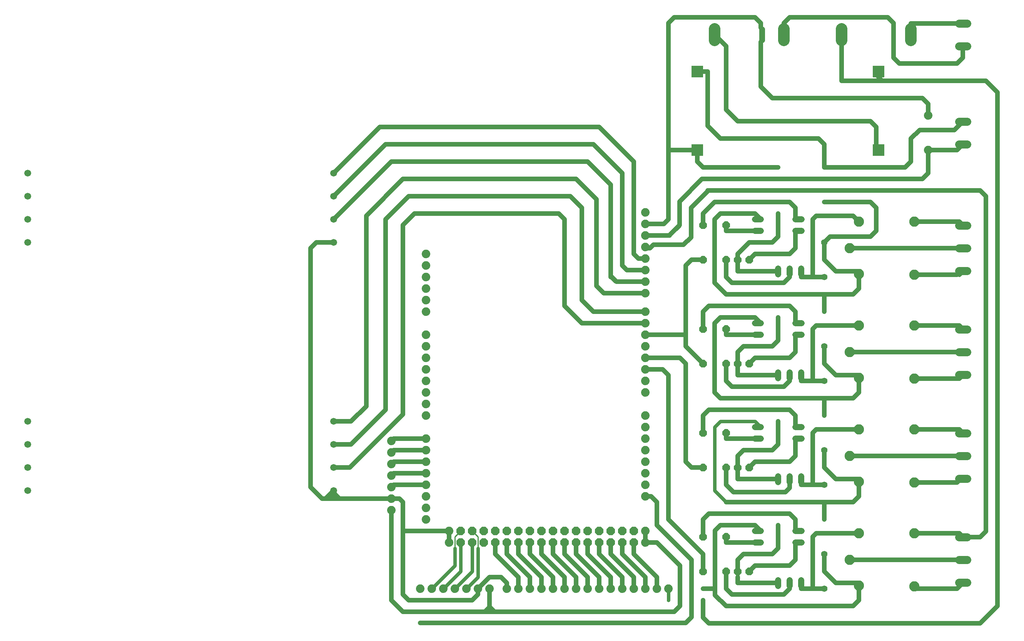
<source format=gbr>
G04 EAGLE Gerber RS-274X export*
G75*
%MOMM*%
%FSLAX34Y34*%
%LPD*%
%INBottom Copper*%
%IPPOS*%
%AMOC8*
5,1,8,0,0,1.08239X$1,22.5*%
G01*
%ADD10C,1.879600*%
%ADD11C,1.408000*%
%ADD12C,1.790700*%
%ADD13C,2.540000*%
%ADD14C,2.250000*%
%ADD15P,1.814519X8X202.500000*%
%ADD16C,1.320800*%
%ADD17P,1.814519X8X112.500000*%
%ADD18P,1.814519X8X292.500000*%
%ADD19R,2.500000X2.500000*%
%ADD20C,1.508000*%
%ADD21P,2.034460X8X22.500000*%
%ADD22C,0.762000*%
%ADD23P,0.818720X8X202.500000*%
%ADD24C,1.016000*%
%ADD25C,0.254000*%
%ADD26C,0.756400*%


D10*
X-1155700Y127000D03*
X-1181100Y127000D03*
X-1206500Y127000D03*
X-1231900Y127000D03*
X-1257300Y127000D03*
X-1282700Y127000D03*
X-1308100Y127000D03*
D11*
X-419100Y584200D03*
X-419100Y660400D03*
X-419100Y812800D03*
X-419100Y889000D03*
X-419100Y355600D03*
X-419100Y431800D03*
X-419100Y127000D03*
X-419100Y203200D03*
D12*
X-123054Y697700D02*
X-105147Y697700D01*
X-105147Y647700D02*
X-123054Y647700D01*
X-123054Y597700D02*
X-105147Y597700D01*
D13*
X-228600Y1333500D02*
X-228600Y1358900D01*
X-381000Y1358900D02*
X-381000Y1333500D01*
X-508000Y1333500D02*
X-508000Y1358900D01*
X-660400Y1358900D02*
X-660400Y1333500D01*
D14*
X-220980Y934720D03*
X-220980Y817880D03*
X-342900Y819700D03*
X-342900Y934720D03*
X-363220Y876300D03*
X-220980Y706120D03*
X-220980Y589280D03*
X-342900Y591100D03*
X-342900Y706120D03*
X-363220Y647700D03*
X-220980Y477520D03*
X-220980Y360680D03*
X-342900Y362500D03*
X-342900Y477520D03*
X-363220Y419100D03*
X-220980Y248920D03*
X-220980Y132080D03*
X-342900Y133900D03*
X-342900Y248920D03*
X-363220Y190500D03*
D15*
X-584200Y850900D03*
X-609600Y850900D03*
X-584200Y622300D03*
X-609600Y622300D03*
X-584200Y393700D03*
X-609600Y393700D03*
X-584200Y165100D03*
X-609600Y165100D03*
D16*
X-482600Y711200D02*
X-469392Y711200D01*
X-469392Y685800D02*
X-482600Y685800D01*
X-558800Y685800D02*
X-572008Y685800D01*
X-572008Y711200D02*
X-558800Y711200D01*
X-482600Y939800D02*
X-469392Y939800D01*
X-469392Y914400D02*
X-482600Y914400D01*
X-558800Y914400D02*
X-572008Y914400D01*
X-572008Y939800D02*
X-558800Y939800D01*
X-482600Y482600D02*
X-469392Y482600D01*
X-469392Y457200D02*
X-482600Y457200D01*
X-558800Y457200D02*
X-572008Y457200D01*
X-572008Y482600D02*
X-558800Y482600D01*
X-482600Y254000D02*
X-469392Y254000D01*
X-469392Y228600D02*
X-482600Y228600D01*
X-558800Y228600D02*
X-572008Y228600D01*
X-572008Y254000D02*
X-558800Y254000D01*
D12*
X-123054Y926300D02*
X-105147Y926300D01*
X-105147Y876300D02*
X-123054Y876300D01*
X-123054Y826300D02*
X-105147Y826300D01*
D16*
X-469900Y603504D02*
X-469900Y590296D01*
X-520700Y590296D02*
X-520700Y603504D01*
X-495300Y603504D02*
X-495300Y590296D01*
X-469900Y818896D02*
X-469900Y832104D01*
X-520700Y832104D02*
X-520700Y818896D01*
X-495300Y818896D02*
X-495300Y832104D01*
X-469900Y374904D02*
X-469900Y361696D01*
X-520700Y361696D02*
X-520700Y374904D01*
X-495300Y374904D02*
X-495300Y361696D01*
X-469900Y146304D02*
X-469900Y133096D01*
X-520700Y133096D02*
X-520700Y146304D01*
X-495300Y146304D02*
X-495300Y133096D01*
D17*
X-685800Y393700D03*
X-685800Y469900D03*
D18*
X-635000Y241300D03*
X-635000Y165100D03*
X-635000Y469900D03*
X-635000Y393700D03*
D17*
X-685800Y622300D03*
X-685800Y698500D03*
D10*
X-190500Y1168400D03*
X-190500Y1092200D03*
D17*
X-685800Y165100D03*
X-685800Y241300D03*
D18*
X-635000Y698500D03*
X-635000Y622300D03*
D17*
X-685800Y850900D03*
X-685800Y927100D03*
D18*
X-635000Y927100D03*
X-635000Y850900D03*
D10*
X-1371600Y299720D03*
X-1371600Y325120D03*
X-1371600Y350520D03*
X-1371600Y375920D03*
X-1371600Y401320D03*
X-1371600Y426720D03*
X-1371600Y452120D03*
D12*
X-123054Y469100D02*
X-105147Y469100D01*
X-105147Y419100D02*
X-123054Y419100D01*
X-123054Y369100D02*
X-105147Y369100D01*
X-105347Y1155300D02*
X-123254Y1155300D01*
X-123254Y1105300D02*
X-105347Y1105300D01*
X-105147Y240500D02*
X-123054Y240500D01*
X-123054Y190500D02*
X-105147Y190500D01*
X-105147Y140500D02*
X-123054Y140500D01*
D19*
X-299720Y1264920D03*
X-299720Y1092200D03*
X-698500Y1092200D03*
X-698500Y1264920D03*
D20*
X-2171700Y495300D03*
X-2171700Y444500D03*
X-2171700Y393700D03*
X-2171700Y342900D03*
X-1498600Y495300D03*
X-1498600Y444500D03*
X-1498600Y393700D03*
X-1498600Y342900D03*
X-2171700Y1041400D03*
X-2171700Y990600D03*
X-2171700Y939800D03*
X-2171700Y889000D03*
X-1498600Y1041400D03*
X-1498600Y990600D03*
X-1498600Y939800D03*
X-1498600Y889000D03*
D10*
X-1295400Y431800D03*
X-1295400Y406400D03*
X-1295400Y381000D03*
X-1295400Y355600D03*
X-1295400Y330200D03*
X-1295400Y304800D03*
X-1295400Y279400D03*
X-1295400Y457200D03*
X-812800Y482600D03*
X-812800Y457200D03*
X-812800Y431800D03*
X-812800Y406400D03*
X-812800Y381000D03*
X-812800Y355600D03*
X-812800Y330200D03*
X-812800Y508000D03*
X-1295400Y660400D03*
X-1295400Y635000D03*
X-1295400Y609600D03*
X-1295400Y584200D03*
X-1295400Y558800D03*
X-1295400Y533400D03*
X-1295400Y508000D03*
X-1295400Y685800D03*
X-812800Y711200D03*
X-812800Y685800D03*
X-812800Y660400D03*
X-812800Y635000D03*
X-812800Y609600D03*
X-812800Y584200D03*
X-812800Y558800D03*
X-812800Y736600D03*
X-812800Y929640D03*
X-812800Y904240D03*
X-812800Y878840D03*
X-812800Y853440D03*
X-812800Y828040D03*
X-812800Y802640D03*
X-812800Y777240D03*
X-812800Y955040D03*
D21*
X-1016000Y228600D03*
X-1016000Y254000D03*
X-990600Y228600D03*
X-990600Y254000D03*
X-965200Y228600D03*
X-965200Y254000D03*
X-939800Y228600D03*
X-939800Y254000D03*
X-914400Y228600D03*
X-914400Y254000D03*
X-889000Y228600D03*
X-889000Y254000D03*
X-863600Y228600D03*
X-863600Y254000D03*
X-838200Y228600D03*
X-838200Y254000D03*
X-1219200Y228600D03*
X-1219200Y254000D03*
X-1193800Y228600D03*
X-1193800Y254000D03*
X-1168400Y228600D03*
X-1168400Y254000D03*
X-1143000Y228600D03*
X-1143000Y254000D03*
X-1117600Y228600D03*
X-1117600Y254000D03*
X-1092200Y228600D03*
X-1092200Y254000D03*
X-1066800Y228600D03*
X-1066800Y254000D03*
X-1041400Y228600D03*
X-1041400Y254000D03*
D10*
X-1244600Y254000D03*
X-1244600Y228600D03*
X-812800Y254000D03*
X-812800Y228600D03*
X-1295400Y863600D03*
X-1295400Y838200D03*
X-1295400Y812800D03*
X-1295400Y787400D03*
X-1295400Y762000D03*
X-1295400Y736600D03*
D12*
X-123254Y1371200D02*
X-105347Y1371200D01*
X-105347Y1321200D02*
X-123254Y1321200D01*
D10*
X-762000Y127000D03*
X-787400Y127000D03*
X-812800Y127000D03*
X-838200Y127000D03*
X-863600Y127000D03*
X-889000Y127000D03*
X-914400Y127000D03*
X-939800Y127000D03*
X-965200Y127000D03*
X-990600Y127000D03*
X-1016000Y127000D03*
X-1041400Y127000D03*
X-1066800Y127000D03*
X-1092200Y127000D03*
X-1117600Y127000D03*
D22*
X-1498600Y330200D02*
X-1498600Y342900D01*
X-1498600Y330200D02*
X-1493520Y325120D01*
X-1485900Y325120D01*
X-1493520Y325120D02*
X-1498600Y325120D01*
X-609600Y825500D02*
X-609600Y850900D01*
X-609600Y165100D02*
X-609600Y152400D01*
X-558800Y1231900D02*
X-558800Y1358900D01*
D23*
X-520700Y266700D03*
X-520700Y495300D03*
X-520700Y723900D03*
D22*
X-609600Y850900D02*
X-609600Y863600D01*
D23*
X-520700Y952500D03*
X-520700Y1054100D03*
D22*
X-558800Y1360313D02*
X-558800Y1371600D01*
X-558800Y1360313D02*
X-558093Y1359607D01*
X-609600Y177800D02*
X-609600Y165100D01*
D24*
X-1244600Y228600D02*
X-1244600Y254000D01*
X-1346200Y254000D01*
X-1346200Y317500D01*
X-1353820Y325120D01*
X-1371600Y325120D01*
X-1485900Y325120D01*
X-1498600Y325120D01*
X-1516380Y325120D01*
X-1498600Y325120D02*
X-1498600Y342900D01*
X-1498600Y337820D02*
X-1485900Y325120D01*
X-1498600Y337820D02*
X-1498600Y342900D01*
X-1516380Y325120D01*
X-1524000Y325120D01*
X-1536700Y889000D02*
X-1498600Y889000D01*
X-1536700Y889000D02*
X-1549400Y876300D01*
X-1549400Y350520D01*
X-1524000Y325120D01*
X-1181100Y127000D02*
X-1181100Y114300D01*
X-1193800Y101600D01*
X-1333500Y101600D01*
X-1346200Y114300D01*
X-1346200Y254000D01*
X-1117600Y139700D02*
X-1117600Y127000D01*
X-1117600Y139700D02*
X-1130300Y152400D01*
X-1155700Y152400D01*
X-1181100Y127000D01*
X-520700Y215900D02*
X-520700Y266700D01*
X-520700Y215900D02*
X-533400Y203200D01*
X-596900Y203200D01*
X-609600Y190500D01*
X-609600Y165100D01*
X-609600Y139700D02*
X-520700Y139700D01*
X-609600Y139700D02*
X-609600Y152400D01*
X-609600Y368300D02*
X-520700Y368300D01*
X-609600Y368300D02*
X-609600Y393700D01*
X-609600Y419100D01*
X-596900Y431800D01*
X-533400Y431800D01*
X-520700Y444500D01*
X-520700Y495300D01*
X-520700Y596900D02*
X-609600Y596900D01*
X-609600Y622300D01*
X-520700Y673100D02*
X-520700Y723900D01*
X-520700Y673100D02*
X-533400Y660400D01*
X-596900Y660400D01*
X-609600Y647700D01*
X-609600Y622300D01*
X-609600Y825500D02*
X-520700Y825500D01*
X-609600Y825500D02*
X-609600Y863600D01*
X-584200Y889000D01*
X-533400Y889000D01*
X-520700Y901700D01*
X-520700Y952500D01*
X-190500Y1168400D02*
X-190500Y1193800D01*
X-203200Y1206500D01*
X-533400Y1206500D01*
X-558800Y1231900D01*
X-558800Y1330291D01*
X-554990Y1334101D01*
X-554990Y1358299D01*
X-558800Y1362109D01*
X-558800Y1371600D01*
X-571500Y1384300D01*
X-749300Y1384300D01*
X-762000Y1371600D01*
X-762000Y1092200D01*
X-762000Y952500D01*
X-762000Y939800D01*
X-772160Y929640D01*
X-812800Y929640D01*
X-685800Y1054100D02*
X-520700Y1054100D01*
X-685800Y1054100D02*
X-698500Y1066800D01*
X-698500Y1092200D01*
X-762000Y1092200D01*
D22*
X-1168400Y76200D02*
X-1346200Y76200D01*
X-1168400Y76200D02*
X-1155700Y76200D01*
X-1155700Y88900D02*
X-1155700Y127000D01*
X-1155700Y88900D02*
X-1155700Y76200D01*
X-1143000Y76200D01*
X-749300Y76200D01*
X-736600Y88900D02*
X-736600Y127000D01*
X-736600Y177800D01*
D23*
X-419100Y977900D03*
X-419100Y1054100D03*
D22*
X-659384Y127000D02*
X-659384Y113284D01*
X-659384Y127000D02*
X-659384Y255016D01*
D23*
X-685800Y127000D03*
X-736600Y127000D03*
D22*
X-558800Y482600D02*
X-571500Y495300D01*
X-647700Y495300D01*
X-660400Y342900D02*
X-635000Y317500D01*
X-660400Y482600D02*
X-647700Y495300D01*
X-660400Y482600D02*
X-660400Y342900D01*
X-342900Y139700D02*
X-342900Y101600D01*
X-419100Y546100D02*
X-647700Y546100D01*
X-419100Y546100D02*
X-355600Y546100D01*
X-419100Y203200D02*
X-419100Y177800D01*
D23*
X-419100Y279400D03*
X-419100Y736600D03*
X-419100Y508000D03*
D22*
X-1155700Y88900D02*
X-1168400Y76200D01*
X-1155700Y88900D02*
X-1143000Y76200D01*
D24*
X-1371600Y101600D02*
X-1371600Y299720D01*
X-1371600Y101600D02*
X-1346200Y76200D01*
X-1155700Y76200D01*
X-749300Y76200D01*
X-1155700Y76200D02*
X-1155700Y127000D01*
X-812800Y228600D02*
X-812800Y254000D01*
X-812800Y228600D02*
X-787400Y228600D01*
X-736600Y177800D01*
X-736600Y88900D01*
X-749300Y76200D01*
X-342900Y101600D02*
X-342900Y133900D01*
X-342900Y101600D02*
X-355600Y88900D01*
X-635000Y88900D01*
X-659384Y113284D01*
X-659384Y255016D01*
X-647700Y266700D01*
X-571500Y266700D02*
X-558800Y254000D01*
X-571500Y266700D02*
X-647700Y266700D01*
X-659384Y127000D02*
X-685800Y127000D01*
X-348700Y139700D02*
X-342900Y133900D01*
X-348700Y139700D02*
X-393700Y139700D01*
X-419100Y165100D01*
X-419100Y203200D01*
X-342900Y330200D02*
X-342900Y362500D01*
X-342900Y330200D02*
X-355600Y317500D01*
X-419100Y317500D01*
X-635000Y317500D01*
X-419100Y317500D02*
X-419100Y279400D01*
X-342900Y362500D02*
X-348700Y368300D01*
X-393700Y368300D01*
X-419100Y393700D01*
X-419100Y431800D01*
X-342900Y558800D02*
X-342900Y591100D01*
X-342900Y558800D02*
X-355600Y546100D01*
X-647700Y546100D01*
X-419100Y546100D02*
X-419100Y508000D01*
X-647700Y546100D02*
X-660400Y558800D01*
X-660400Y711200D01*
X-647700Y723900D01*
X-571500Y723900D01*
X-558800Y711200D01*
X-342900Y787400D02*
X-342900Y819700D01*
X-342900Y787400D02*
X-355600Y774700D01*
X-419100Y774700D01*
X-635000Y774700D01*
X-660400Y800100D01*
X-660400Y939800D01*
X-647700Y952500D01*
X-571500Y952500D01*
X-558800Y939800D01*
X-348700Y825500D02*
X-342900Y819700D01*
X-348700Y825500D02*
X-393700Y825500D01*
X-419100Y850900D01*
X-419100Y889000D01*
X-406400Y901700D01*
X-317500Y901700D01*
X-304800Y914400D01*
X-304800Y965200D01*
X-317500Y977900D01*
X-419100Y977900D01*
X-132950Y1136650D02*
X-114300Y1155300D01*
X-132950Y1136650D02*
X-209550Y1136650D01*
X-228600Y1117600D01*
X-228600Y1066800D01*
X-241300Y1054100D01*
X-419100Y1054100D01*
X-419100Y1104900D01*
X-431800Y1117600D01*
X-647700Y1117600D01*
X-675640Y1145540D01*
X-675640Y1264920D01*
X-698500Y1264920D01*
X-419100Y774700D02*
X-419100Y736600D01*
X-419100Y660400D02*
X-419100Y622300D01*
X-393700Y596900D01*
X-348700Y596900D01*
X-342900Y591100D01*
D25*
X-1219200Y254000D02*
X-1231900Y241300D01*
X-1231900Y215900D01*
D22*
X-1231900Y177800D02*
X-1282700Y127000D01*
X-1231900Y177800D02*
X-1231900Y215900D01*
D24*
X-482600Y711200D02*
X-482600Y736600D01*
X-495300Y749300D01*
X-673100Y749300D01*
X-685800Y736600D01*
X-685800Y698500D01*
D22*
X-469900Y596900D02*
X-469900Y584200D01*
D24*
X-444500Y584200D02*
X-419100Y584200D01*
X-444500Y584200D02*
X-469900Y584200D01*
X-436880Y706120D02*
X-342900Y706120D01*
X-436880Y706120D02*
X-444500Y698500D01*
X-444500Y584200D01*
X-495300Y584200D02*
X-495300Y596900D01*
X-495300Y584200D02*
X-508000Y571500D01*
X-622300Y571500D01*
X-635000Y584200D01*
X-635000Y622300D01*
X-482600Y647700D02*
X-482600Y685800D01*
X-482600Y647700D02*
X-495300Y635000D01*
X-571500Y635000D01*
X-584200Y622300D01*
X-558800Y685800D02*
X-635000Y685800D01*
X-635000Y698500D01*
X-482600Y939800D02*
X-482600Y965200D01*
X-495300Y977900D01*
X-660400Y977900D01*
X-685800Y952500D01*
X-685800Y927100D01*
X-444500Y812800D02*
X-419100Y812800D01*
X-444500Y812800D02*
X-469900Y812800D01*
X-469900Y825500D01*
X-355600Y947420D02*
X-342900Y934720D01*
X-436880Y947420D02*
X-444500Y939800D01*
X-436880Y947420D02*
X-355600Y947420D01*
X-444500Y939800D02*
X-444500Y812800D01*
X-635000Y812800D02*
X-635000Y850900D01*
X-635000Y812800D02*
X-622300Y800100D01*
X-508000Y800100D01*
X-495300Y812800D01*
X-495300Y825500D01*
X-571500Y863600D02*
X-584200Y850900D01*
X-571500Y863600D02*
X-495300Y863600D01*
X-482600Y876300D01*
X-482600Y914400D01*
X-635000Y914400D02*
X-635000Y927100D01*
X-635000Y914400D02*
X-558800Y914400D01*
X-685800Y850900D02*
X-711200Y850900D01*
X-723900Y838200D01*
X-723900Y698500D01*
X-736600Y685800D02*
X-749300Y685800D01*
X-762000Y685800D01*
X-812800Y685800D01*
X-723900Y660400D02*
X-685800Y622300D01*
X-723900Y660400D02*
X-723900Y685800D01*
X-723900Y698500D01*
X-723900Y685800D02*
X-749300Y685800D01*
X-122520Y706120D02*
X-114100Y697700D01*
X-122520Y706120D02*
X-220980Y706120D01*
D22*
X-363220Y647700D02*
X-368300Y647700D01*
D24*
X-363220Y647700D02*
X-114100Y647700D01*
X-114100Y876300D02*
X-363220Y876300D01*
X-685800Y508000D02*
X-685800Y469900D01*
X-685800Y508000D02*
X-673100Y520700D01*
X-495300Y520700D01*
X-482600Y508000D01*
X-482600Y482600D01*
D22*
X-469900Y368300D02*
X-469900Y355600D01*
X-444500Y355600D02*
X-419100Y355600D01*
X-444500Y355600D02*
X-469900Y355600D01*
D24*
X-419100Y355600D01*
X-444500Y355600D02*
X-444500Y469900D01*
X-436880Y477520D02*
X-342900Y477520D01*
X-436880Y477520D02*
X-444500Y469900D01*
D22*
X-635000Y393700D02*
X-635000Y361950D01*
D24*
X-495300Y368300D02*
X-495300Y349250D01*
X-504825Y339725D01*
X-612775Y339725D01*
X-619125Y339725D01*
X-635000Y355600D01*
X-635000Y393700D01*
X-482600Y419100D02*
X-482600Y457200D01*
X-482600Y419100D02*
X-495300Y406400D01*
X-571500Y406400D01*
X-584200Y393700D01*
X-558800Y457200D02*
X-635000Y457200D01*
X-635000Y469900D01*
X-122520Y477520D02*
X-114100Y469100D01*
X-122520Y477520D02*
X-220980Y477520D01*
X-114100Y419100D02*
X-363220Y419100D01*
X-685800Y279400D02*
X-685800Y241300D01*
X-685800Y279400D02*
X-673100Y292100D01*
X-495300Y292100D01*
X-482600Y279400D01*
X-482600Y254000D01*
D22*
X-469900Y127000D02*
X-444500Y127000D01*
X-469900Y127000D02*
X-469900Y139700D01*
X-444500Y127000D02*
X-419100Y127000D01*
D24*
X-469900Y127000D01*
X-444500Y127000D02*
X-444500Y241300D01*
X-436880Y248920D02*
X-342900Y248920D01*
X-436880Y248920D02*
X-444500Y241300D01*
X-495300Y139700D02*
X-495300Y127000D01*
X-508000Y114300D01*
X-622300Y114300D01*
X-635000Y127000D01*
X-635000Y165100D01*
X-482600Y190500D02*
X-482600Y228600D01*
X-482600Y190500D02*
X-495300Y177800D01*
X-571500Y177800D01*
X-584200Y165100D01*
X-558800Y228600D02*
X-635000Y228600D01*
X-635000Y241300D01*
X-363220Y190500D02*
X-114100Y190500D01*
D22*
X-1219200Y165100D02*
X-1257300Y127000D01*
X-1219200Y165100D02*
X-1219200Y228600D01*
X-1193800Y228600D02*
X-1193800Y165100D01*
X-1231900Y127000D01*
D24*
X-685800Y165100D02*
X-685800Y203200D01*
X-762000Y279400D01*
X-762000Y596900D01*
X-774700Y609600D01*
X-812800Y609600D01*
D22*
X-127000Y817880D02*
X-122520Y817880D01*
D24*
X-114100Y826300D01*
X-127000Y817880D02*
X-220980Y817880D01*
X-114100Y597700D02*
X-122520Y589280D01*
X-127000Y589280D01*
X-220980Y589280D01*
X-118580Y369100D02*
X-114100Y369100D01*
X-118580Y369100D02*
X-127000Y360680D01*
X-220980Y360680D01*
X-685800Y393700D02*
X-711200Y393700D01*
X-723900Y406400D01*
X-723900Y622300D01*
X-736600Y635000D01*
X-812800Y635000D01*
D25*
X-1193800Y254000D02*
X-1181100Y241300D01*
X-1181100Y215900D01*
D22*
X-1181100Y152400D02*
X-1206500Y127000D01*
X-1181100Y152400D02*
X-1181100Y215900D01*
X-228600Y1346200D02*
X-228600Y1371200D01*
D24*
X-114300Y1371200D01*
X-304800Y1097280D02*
X-299720Y1092200D01*
X-304800Y1097280D02*
X-304800Y1143000D01*
X-317500Y1155700D01*
X-609600Y1155700D01*
X-635000Y1181100D01*
X-635000Y1320800D01*
X-660400Y1346200D01*
X-508000Y1346200D02*
X-508000Y1371600D01*
X-495300Y1384300D01*
X-279400Y1384300D01*
X-266700Y1371600D01*
X-266700Y1295400D01*
X-254000Y1282700D01*
X-127000Y1282700D01*
X-114300Y1295400D01*
X-114300Y1321200D01*
X-1295400Y457200D02*
X-1366520Y457200D01*
X-1371600Y452120D01*
X-1366520Y431800D02*
X-1295400Y431800D01*
X-1366520Y431800D02*
X-1371600Y426720D01*
X-1366520Y406400D02*
X-1371600Y401320D01*
X-1366520Y406400D02*
X-1295400Y406400D01*
D22*
X-1366520Y381000D02*
X-1371600Y375920D01*
D24*
X-1366520Y381000D02*
X-1295400Y381000D01*
D22*
X-1366520Y355600D02*
X-1371600Y350520D01*
D24*
X-1366520Y355600D02*
X-1295400Y355600D01*
D22*
X-712470Y966470D02*
X-675640Y1003300D01*
X-712470Y966470D02*
X-712470Y965200D01*
X-675640Y1003300D02*
X-673100Y1003300D01*
D24*
X-122520Y248920D02*
X-114100Y240500D01*
X-122520Y248920D02*
X-220980Y248920D01*
X-114100Y240500D02*
X-76200Y240500D01*
X-63500Y253200D01*
X-63500Y990600D01*
X-76200Y1003300D01*
X-673100Y1003300D01*
X-675640Y1003300D02*
X-675640Y1002030D01*
X-712470Y965200D01*
X-712470Y900430D01*
X-728980Y883920D01*
X-795020Y883920D01*
X-812800Y878840D02*
X-812800Y876300D01*
X-802640Y876300D01*
X-795020Y883920D01*
D22*
X-737870Y925830D02*
X-737870Y927100D01*
X-737870Y925830D02*
X-759460Y904240D01*
X-127000Y1092600D02*
X-114300Y1105300D01*
D24*
X-759460Y904240D02*
X-812800Y904240D01*
X-759460Y904240D02*
X-759460Y905510D01*
X-737870Y927100D01*
X-737870Y979170D01*
X-688340Y1028700D01*
X-203200Y1028700D01*
X-190500Y1041400D01*
X-190500Y1092200D01*
X-127400Y1092200D01*
X-127000Y1092600D01*
X-114300Y1105300D01*
D22*
X-304800Y1244600D02*
X-381000Y1244600D01*
X-304800Y1244600D02*
X-292100Y1244600D01*
X-298450Y1250950D02*
X-304800Y1244600D01*
D23*
X-762000Y101600D03*
D22*
X-762000Y127000D01*
D26*
X-685800Y101600D03*
D24*
X-381000Y1244600D02*
X-381000Y1346200D01*
X-381000Y1244600D02*
X-292100Y1244600D01*
X-63500Y1244600D01*
X-298450Y1250950D02*
X-299720Y1252220D01*
X-299720Y1264920D01*
X-298450Y1250950D02*
X-292100Y1244600D01*
X-63500Y1244600D02*
X-38100Y1219200D01*
X-38100Y88900D01*
X-76200Y50800D01*
X-673100Y50800D01*
X-685800Y63500D01*
X-685800Y101600D01*
X-114100Y926300D02*
X-122520Y934720D01*
X-220980Y934720D01*
X-812800Y777240D02*
X-904240Y777240D01*
X-920750Y984250D02*
X-965200Y1028700D01*
X-1346200Y1028700D01*
X-1426845Y948055D02*
X-1426845Y528955D01*
X-1426845Y948055D02*
X-1346200Y1028700D01*
X-1426845Y528955D02*
X-1460500Y495300D01*
X-1498600Y495300D01*
X-920750Y793750D02*
X-904240Y777240D01*
X-920750Y793750D02*
X-920750Y984250D01*
X-927100Y736600D02*
X-812800Y736600D01*
X-927100Y736600D02*
X-952500Y762000D01*
X-952500Y965200D01*
X-977900Y990600D01*
X-1333500Y990600D01*
X-1384300Y939800D01*
X-1384300Y520700D01*
X-1460500Y444500D01*
X-1498600Y444500D01*
X-1498600Y393700D02*
X-1463554Y393700D01*
X-1346200Y511054D01*
X-1346200Y927100D01*
X-1320800Y952500D01*
X-1003300Y952500D01*
X-990600Y939800D01*
X-990600Y749300D01*
X-952500Y711200D01*
X-812800Y711200D01*
D22*
X-878840Y802640D02*
X-889000Y812800D01*
X-878840Y802640D02*
X-876300Y802640D01*
X-889000Y812800D02*
X-889000Y1016000D01*
D24*
X-876300Y802640D02*
X-812800Y802640D01*
X-876300Y802640D02*
X-886460Y812800D01*
X-889000Y812800D01*
X-886460Y812800D02*
X-889000Y815340D01*
X-889000Y1016000D01*
X-939800Y1066800D01*
X-1371600Y1066800D02*
X-1498600Y939800D01*
X-1371600Y1066800D02*
X-939800Y1066800D01*
X-1384300Y1104900D02*
X-1498600Y990600D01*
X-1384300Y1104900D02*
X-927100Y1104900D01*
X-863600Y838200D02*
X-853440Y828040D01*
X-812800Y828040D01*
X-863600Y838200D02*
X-863600Y1041400D01*
X-927100Y1104900D01*
X-828040Y853440D02*
X-812800Y853440D01*
X-828040Y853440D02*
X-838200Y863600D01*
X-838200Y1066800D01*
X-914400Y1143000D01*
X-1397000Y1143000D01*
X-1498600Y1041400D01*
D23*
X-1308100Y52042D03*
D22*
X-1308072Y52070D01*
D24*
X-723900Y52070D01*
X-711200Y64770D01*
X-711200Y190500D01*
X-787400Y266700D01*
X-787400Y317500D01*
X-800100Y330200D01*
X-812800Y330200D01*
X-127000Y127600D02*
X-114100Y140500D01*
X-127000Y127600D02*
X-216500Y127600D01*
X-220980Y132080D01*
X-787400Y127000D02*
X-787400Y152400D01*
X-838200Y203200D01*
X-838200Y228600D01*
X-812800Y152400D02*
X-812800Y127000D01*
X-812800Y152400D02*
X-863600Y203200D01*
X-863600Y228600D01*
X-838200Y152400D02*
X-838200Y127000D01*
X-838200Y152400D02*
X-889000Y203200D01*
X-889000Y228600D01*
X-914400Y203200D02*
X-863600Y152400D01*
X-914400Y203200D02*
X-914400Y228600D01*
X-863600Y152400D02*
X-863600Y127000D01*
X-889000Y127000D02*
X-889000Y152400D01*
X-939800Y203200D01*
X-939800Y228600D01*
X-914400Y152400D02*
X-914400Y127000D01*
X-914400Y152400D02*
X-965200Y203200D01*
X-965200Y228600D01*
X-939800Y152400D02*
X-939800Y127000D01*
X-939800Y152400D02*
X-990600Y203200D01*
X-990600Y228600D01*
X-965200Y152400D02*
X-965200Y127000D01*
X-965200Y152400D02*
X-1016000Y203200D01*
X-1016000Y228600D01*
X-990600Y152400D02*
X-990600Y127000D01*
X-990600Y152400D02*
X-1041400Y203200D01*
X-1041400Y228600D01*
X-1016000Y152400D02*
X-1016000Y127000D01*
X-1016000Y152400D02*
X-1066800Y203200D01*
X-1066800Y228600D01*
X-1041400Y152400D02*
X-1041400Y127000D01*
X-1041400Y152400D02*
X-1092200Y203200D01*
X-1092200Y228600D01*
X-1066800Y152400D02*
X-1066800Y127000D01*
X-1066800Y152400D02*
X-1117600Y203200D01*
X-1117600Y228600D01*
X-1092200Y152400D02*
X-1092200Y127000D01*
X-1092200Y152400D02*
X-1143000Y203200D01*
X-1143000Y228600D01*
M02*

</source>
